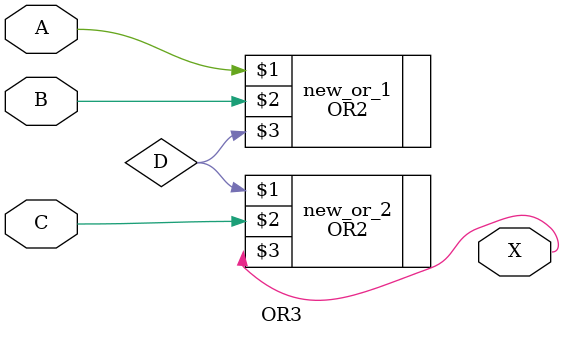
<source format=v>

module OR3 (
	input A,
	input B,
	input C,
	output X );

	wire D;
	OR2 new_or_1 (A, B, D);
	OR2 new_or_2 (D, C, X);

endmodule

</source>
